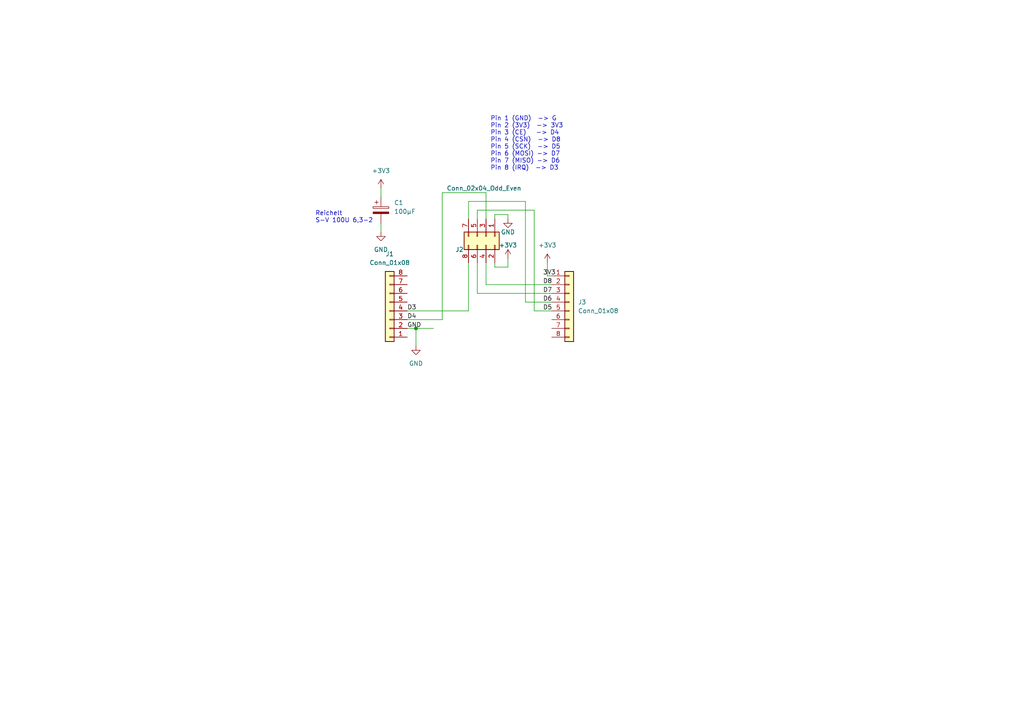
<source format=kicad_sch>
(kicad_sch (version 20211123) (generator eeschema)

  (uuid e63e39d7-6ac0-4ffd-8aa3-1841a4541b55)

  (paper "A4")

  (lib_symbols
    (symbol "Connector_Generic:Conn_01x08" (pin_names (offset 1.016) hide) (in_bom yes) (on_board yes)
      (property "Reference" "J" (id 0) (at 0 10.16 0)
        (effects (font (size 1.27 1.27)))
      )
      (property "Value" "Conn_01x08" (id 1) (at 0 -12.7 0)
        (effects (font (size 1.27 1.27)))
      )
      (property "Footprint" "" (id 2) (at 0 0 0)
        (effects (font (size 1.27 1.27)) hide)
      )
      (property "Datasheet" "~" (id 3) (at 0 0 0)
        (effects (font (size 1.27 1.27)) hide)
      )
      (property "ki_keywords" "connector" (id 4) (at 0 0 0)
        (effects (font (size 1.27 1.27)) hide)
      )
      (property "ki_description" "Generic connector, single row, 01x08, script generated (kicad-library-utils/schlib/autogen/connector/)" (id 5) (at 0 0 0)
        (effects (font (size 1.27 1.27)) hide)
      )
      (property "ki_fp_filters" "Connector*:*_1x??_*" (id 6) (at 0 0 0)
        (effects (font (size 1.27 1.27)) hide)
      )
      (symbol "Conn_01x08_1_1"
        (rectangle (start -1.27 -10.033) (end 0 -10.287)
          (stroke (width 0.1524) (type default) (color 0 0 0 0))
          (fill (type none))
        )
        (rectangle (start -1.27 -7.493) (end 0 -7.747)
          (stroke (width 0.1524) (type default) (color 0 0 0 0))
          (fill (type none))
        )
        (rectangle (start -1.27 -4.953) (end 0 -5.207)
          (stroke (width 0.1524) (type default) (color 0 0 0 0))
          (fill (type none))
        )
        (rectangle (start -1.27 -2.413) (end 0 -2.667)
          (stroke (width 0.1524) (type default) (color 0 0 0 0))
          (fill (type none))
        )
        (rectangle (start -1.27 0.127) (end 0 -0.127)
          (stroke (width 0.1524) (type default) (color 0 0 0 0))
          (fill (type none))
        )
        (rectangle (start -1.27 2.667) (end 0 2.413)
          (stroke (width 0.1524) (type default) (color 0 0 0 0))
          (fill (type none))
        )
        (rectangle (start -1.27 5.207) (end 0 4.953)
          (stroke (width 0.1524) (type default) (color 0 0 0 0))
          (fill (type none))
        )
        (rectangle (start -1.27 7.747) (end 0 7.493)
          (stroke (width 0.1524) (type default) (color 0 0 0 0))
          (fill (type none))
        )
        (rectangle (start -1.27 8.89) (end 1.27 -11.43)
          (stroke (width 0.254) (type default) (color 0 0 0 0))
          (fill (type background))
        )
        (pin passive line (at -5.08 7.62 0) (length 3.81)
          (name "Pin_1" (effects (font (size 1.27 1.27))))
          (number "1" (effects (font (size 1.27 1.27))))
        )
        (pin passive line (at -5.08 5.08 0) (length 3.81)
          (name "Pin_2" (effects (font (size 1.27 1.27))))
          (number "2" (effects (font (size 1.27 1.27))))
        )
        (pin passive line (at -5.08 2.54 0) (length 3.81)
          (name "Pin_3" (effects (font (size 1.27 1.27))))
          (number "3" (effects (font (size 1.27 1.27))))
        )
        (pin passive line (at -5.08 0 0) (length 3.81)
          (name "Pin_4" (effects (font (size 1.27 1.27))))
          (number "4" (effects (font (size 1.27 1.27))))
        )
        (pin passive line (at -5.08 -2.54 0) (length 3.81)
          (name "Pin_5" (effects (font (size 1.27 1.27))))
          (number "5" (effects (font (size 1.27 1.27))))
        )
        (pin passive line (at -5.08 -5.08 0) (length 3.81)
          (name "Pin_6" (effects (font (size 1.27 1.27))))
          (number "6" (effects (font (size 1.27 1.27))))
        )
        (pin passive line (at -5.08 -7.62 0) (length 3.81)
          (name "Pin_7" (effects (font (size 1.27 1.27))))
          (number "7" (effects (font (size 1.27 1.27))))
        )
        (pin passive line (at -5.08 -10.16 0) (length 3.81)
          (name "Pin_8" (effects (font (size 1.27 1.27))))
          (number "8" (effects (font (size 1.27 1.27))))
        )
      )
    )
    (symbol "Connector_Generic:Conn_02x04_Odd_Even" (pin_names (offset 1.016) hide) (in_bom yes) (on_board yes)
      (property "Reference" "J" (id 0) (at 1.27 5.08 0)
        (effects (font (size 1.27 1.27)))
      )
      (property "Value" "Conn_02x04_Odd_Even" (id 1) (at 1.27 -7.62 0)
        (effects (font (size 1.27 1.27)))
      )
      (property "Footprint" "" (id 2) (at 0 0 0)
        (effects (font (size 1.27 1.27)) hide)
      )
      (property "Datasheet" "~" (id 3) (at 0 0 0)
        (effects (font (size 1.27 1.27)) hide)
      )
      (property "ki_keywords" "connector" (id 4) (at 0 0 0)
        (effects (font (size 1.27 1.27)) hide)
      )
      (property "ki_description" "Generic connector, double row, 02x04, odd/even pin numbering scheme (row 1 odd numbers, row 2 even numbers), script generated (kicad-library-utils/schlib/autogen/connector/)" (id 5) (at 0 0 0)
        (effects (font (size 1.27 1.27)) hide)
      )
      (property "ki_fp_filters" "Connector*:*_2x??_*" (id 6) (at 0 0 0)
        (effects (font (size 1.27 1.27)) hide)
      )
      (symbol "Conn_02x04_Odd_Even_1_1"
        (rectangle (start -1.27 -4.953) (end 0 -5.207)
          (stroke (width 0.1524) (type default) (color 0 0 0 0))
          (fill (type none))
        )
        (rectangle (start -1.27 -2.413) (end 0 -2.667)
          (stroke (width 0.1524) (type default) (color 0 0 0 0))
          (fill (type none))
        )
        (rectangle (start -1.27 0.127) (end 0 -0.127)
          (stroke (width 0.1524) (type default) (color 0 0 0 0))
          (fill (type none))
        )
        (rectangle (start -1.27 2.667) (end 0 2.413)
          (stroke (width 0.1524) (type default) (color 0 0 0 0))
          (fill (type none))
        )
        (rectangle (start -1.27 3.81) (end 3.81 -6.35)
          (stroke (width 0.254) (type default) (color 0 0 0 0))
          (fill (type background))
        )
        (rectangle (start 3.81 -4.953) (end 2.54 -5.207)
          (stroke (width 0.1524) (type default) (color 0 0 0 0))
          (fill (type none))
        )
        (rectangle (start 3.81 -2.413) (end 2.54 -2.667)
          (stroke (width 0.1524) (type default) (color 0 0 0 0))
          (fill (type none))
        )
        (rectangle (start 3.81 0.127) (end 2.54 -0.127)
          (stroke (width 0.1524) (type default) (color 0 0 0 0))
          (fill (type none))
        )
        (rectangle (start 3.81 2.667) (end 2.54 2.413)
          (stroke (width 0.1524) (type default) (color 0 0 0 0))
          (fill (type none))
        )
        (pin passive line (at -5.08 2.54 0) (length 3.81)
          (name "Pin_1" (effects (font (size 1.27 1.27))))
          (number "1" (effects (font (size 1.27 1.27))))
        )
        (pin passive line (at 7.62 2.54 180) (length 3.81)
          (name "Pin_2" (effects (font (size 1.27 1.27))))
          (number "2" (effects (font (size 1.27 1.27))))
        )
        (pin passive line (at -5.08 0 0) (length 3.81)
          (name "Pin_3" (effects (font (size 1.27 1.27))))
          (number "3" (effects (font (size 1.27 1.27))))
        )
        (pin passive line (at 7.62 0 180) (length 3.81)
          (name "Pin_4" (effects (font (size 1.27 1.27))))
          (number "4" (effects (font (size 1.27 1.27))))
        )
        (pin passive line (at -5.08 -2.54 0) (length 3.81)
          (name "Pin_5" (effects (font (size 1.27 1.27))))
          (number "5" (effects (font (size 1.27 1.27))))
        )
        (pin passive line (at 7.62 -2.54 180) (length 3.81)
          (name "Pin_6" (effects (font (size 1.27 1.27))))
          (number "6" (effects (font (size 1.27 1.27))))
        )
        (pin passive line (at -5.08 -5.08 0) (length 3.81)
          (name "Pin_7" (effects (font (size 1.27 1.27))))
          (number "7" (effects (font (size 1.27 1.27))))
        )
        (pin passive line (at 7.62 -5.08 180) (length 3.81)
          (name "Pin_8" (effects (font (size 1.27 1.27))))
          (number "8" (effects (font (size 1.27 1.27))))
        )
      )
    )
    (symbol "Device:C_Polarized" (pin_numbers hide) (pin_names (offset 0.254)) (in_bom yes) (on_board yes)
      (property "Reference" "C" (id 0) (at 0.635 2.54 0)
        (effects (font (size 1.27 1.27)) (justify left))
      )
      (property "Value" "C_Polarized" (id 1) (at 0.635 -2.54 0)
        (effects (font (size 1.27 1.27)) (justify left))
      )
      (property "Footprint" "" (id 2) (at 0.9652 -3.81 0)
        (effects (font (size 1.27 1.27)) hide)
      )
      (property "Datasheet" "~" (id 3) (at 0 0 0)
        (effects (font (size 1.27 1.27)) hide)
      )
      (property "ki_keywords" "cap capacitor" (id 4) (at 0 0 0)
        (effects (font (size 1.27 1.27)) hide)
      )
      (property "ki_description" "Polarized capacitor" (id 5) (at 0 0 0)
        (effects (font (size 1.27 1.27)) hide)
      )
      (property "ki_fp_filters" "CP_*" (id 6) (at 0 0 0)
        (effects (font (size 1.27 1.27)) hide)
      )
      (symbol "C_Polarized_0_1"
        (rectangle (start -2.286 0.508) (end 2.286 1.016)
          (stroke (width 0) (type default) (color 0 0 0 0))
          (fill (type none))
        )
        (polyline
          (pts
            (xy -1.778 2.286)
            (xy -0.762 2.286)
          )
          (stroke (width 0) (type default) (color 0 0 0 0))
          (fill (type none))
        )
        (polyline
          (pts
            (xy -1.27 2.794)
            (xy -1.27 1.778)
          )
          (stroke (width 0) (type default) (color 0 0 0 0))
          (fill (type none))
        )
        (rectangle (start 2.286 -0.508) (end -2.286 -1.016)
          (stroke (width 0) (type default) (color 0 0 0 0))
          (fill (type outline))
        )
      )
      (symbol "C_Polarized_1_1"
        (pin passive line (at 0 3.81 270) (length 2.794)
          (name "~" (effects (font (size 1.27 1.27))))
          (number "1" (effects (font (size 1.27 1.27))))
        )
        (pin passive line (at 0 -3.81 90) (length 2.794)
          (name "~" (effects (font (size 1.27 1.27))))
          (number "2" (effects (font (size 1.27 1.27))))
        )
      )
    )
    (symbol "power:+3.3V" (power) (pin_names (offset 0)) (in_bom yes) (on_board yes)
      (property "Reference" "#PWR" (id 0) (at 0 -3.81 0)
        (effects (font (size 1.27 1.27)) hide)
      )
      (property "Value" "+3.3V" (id 1) (at 0 3.556 0)
        (effects (font (size 1.27 1.27)))
      )
      (property "Footprint" "" (id 2) (at 0 0 0)
        (effects (font (size 1.27 1.27)) hide)
      )
      (property "Datasheet" "" (id 3) (at 0 0 0)
        (effects (font (size 1.27 1.27)) hide)
      )
      (property "ki_keywords" "power-flag" (id 4) (at 0 0 0)
        (effects (font (size 1.27 1.27)) hide)
      )
      (property "ki_description" "Power symbol creates a global label with name \"+3.3V\"" (id 5) (at 0 0 0)
        (effects (font (size 1.27 1.27)) hide)
      )
      (symbol "+3.3V_0_1"
        (polyline
          (pts
            (xy -0.762 1.27)
            (xy 0 2.54)
          )
          (stroke (width 0) (type default) (color 0 0 0 0))
          (fill (type none))
        )
        (polyline
          (pts
            (xy 0 0)
            (xy 0 2.54)
          )
          (stroke (width 0) (type default) (color 0 0 0 0))
          (fill (type none))
        )
        (polyline
          (pts
            (xy 0 2.54)
            (xy 0.762 1.27)
          )
          (stroke (width 0) (type default) (color 0 0 0 0))
          (fill (type none))
        )
      )
      (symbol "+3.3V_1_1"
        (pin power_in line (at 0 0 90) (length 0) hide
          (name "+3V3" (effects (font (size 1.27 1.27))))
          (number "1" (effects (font (size 1.27 1.27))))
        )
      )
    )
    (symbol "power:GND" (power) (pin_names (offset 0)) (in_bom yes) (on_board yes)
      (property "Reference" "#PWR" (id 0) (at 0 -6.35 0)
        (effects (font (size 1.27 1.27)) hide)
      )
      (property "Value" "GND" (id 1) (at 0 -3.81 0)
        (effects (font (size 1.27 1.27)))
      )
      (property "Footprint" "" (id 2) (at 0 0 0)
        (effects (font (size 1.27 1.27)) hide)
      )
      (property "Datasheet" "" (id 3) (at 0 0 0)
        (effects (font (size 1.27 1.27)) hide)
      )
      (property "ki_keywords" "power-flag" (id 4) (at 0 0 0)
        (effects (font (size 1.27 1.27)) hide)
      )
      (property "ki_description" "Power symbol creates a global label with name \"GND\" , ground" (id 5) (at 0 0 0)
        (effects (font (size 1.27 1.27)) hide)
      )
      (symbol "GND_0_1"
        (polyline
          (pts
            (xy 0 0)
            (xy 0 -1.27)
            (xy 1.27 -1.27)
            (xy 0 -2.54)
            (xy -1.27 -1.27)
            (xy 0 -1.27)
          )
          (stroke (width 0) (type default) (color 0 0 0 0))
          (fill (type none))
        )
      )
      (symbol "GND_1_1"
        (pin power_in line (at 0 0 270) (length 0) hide
          (name "GND" (effects (font (size 1.27 1.27))))
          (number "1" (effects (font (size 1.27 1.27))))
        )
      )
    )
  )

  (junction (at 120.65 95.25) (diameter 0) (color 0 0 0 0)
    (uuid f68cfc12-6297-418d-ac1e-96eacfeddfe9)
  )

  (wire (pts (xy 143.51 63.5) (xy 143.51 62.23))
    (stroke (width 0) (type default) (color 0 0 0 0))
    (uuid 0da8cae5-d295-4003-950d-b45111dca003)
  )
  (wire (pts (xy 154.94 60.96) (xy 154.94 90.17))
    (stroke (width 0) (type default) (color 0 0 0 0))
    (uuid 16d28c50-a5b0-4143-9b46-ab1b63a14371)
  )
  (wire (pts (xy 138.43 76.2) (xy 138.43 85.09))
    (stroke (width 0) (type default) (color 0 0 0 0))
    (uuid 1e434fbb-740f-42ce-bd41-e24a5d481a05)
  )
  (wire (pts (xy 158.75 76.2) (xy 158.75 80.01))
    (stroke (width 0) (type default) (color 0 0 0 0))
    (uuid 1f4b2e7e-cbf2-41a1-bfb0-882d0d64cdcd)
  )
  (wire (pts (xy 143.51 76.2) (xy 143.51 77.47))
    (stroke (width 0) (type default) (color 0 0 0 0))
    (uuid 1f9bda85-ce41-42ca-a3dc-c11e2c4d8812)
  )
  (wire (pts (xy 138.43 63.5) (xy 138.43 60.96))
    (stroke (width 0) (type default) (color 0 0 0 0))
    (uuid 2e22247e-f752-4aff-ba3f-1eee93c9d580)
  )
  (wire (pts (xy 118.11 95.25) (xy 120.65 95.25))
    (stroke (width 0) (type default) (color 0 0 0 0))
    (uuid 3315c113-f3c8-4076-a12f-798cbf829c5a)
  )
  (wire (pts (xy 135.89 58.42) (xy 152.4 58.42))
    (stroke (width 0) (type default) (color 0 0 0 0))
    (uuid 37203935-c993-4aee-9fb6-84ca40255161)
  )
  (wire (pts (xy 135.89 90.17) (xy 118.11 90.17))
    (stroke (width 0) (type default) (color 0 0 0 0))
    (uuid 3bd51592-2939-41eb-bf89-89fec6e0ecde)
  )
  (wire (pts (xy 120.65 95.25) (xy 120.65 100.33))
    (stroke (width 0) (type default) (color 0 0 0 0))
    (uuid 3e80ba55-105a-4f9e-afd1-7d51531eb076)
  )
  (wire (pts (xy 140.97 76.2) (xy 140.97 82.55))
    (stroke (width 0) (type default) (color 0 0 0 0))
    (uuid 3f708bc4-44fd-4fc1-b677-1aa1691a3069)
  )
  (wire (pts (xy 147.32 77.47) (xy 147.32 74.93))
    (stroke (width 0) (type default) (color 0 0 0 0))
    (uuid 486cb532-8791-4dd5-9dee-567216043788)
  )
  (wire (pts (xy 110.49 54.61) (xy 110.49 57.15))
    (stroke (width 0) (type default) (color 0 0 0 0))
    (uuid 4ef07d45-f940-4cb6-bb96-2ddec13fd099)
  )
  (wire (pts (xy 147.32 62.23) (xy 147.32 63.5))
    (stroke (width 0) (type default) (color 0 0 0 0))
    (uuid 501dbc45-0e5a-4fff-98de-d9bf3abee97a)
  )
  (wire (pts (xy 138.43 60.96) (xy 154.94 60.96))
    (stroke (width 0) (type default) (color 0 0 0 0))
    (uuid 5e17efe7-a5df-484e-8dc3-ef2f10e26faa)
  )
  (wire (pts (xy 138.43 85.09) (xy 160.02 85.09))
    (stroke (width 0) (type default) (color 0 0 0 0))
    (uuid 66a471df-9e27-4c02-97f6-035bd21a62a3)
  )
  (wire (pts (xy 154.94 90.17) (xy 160.02 90.17))
    (stroke (width 0) (type default) (color 0 0 0 0))
    (uuid 67b034c3-7081-4486-bc4a-f5fbd8075f74)
  )
  (wire (pts (xy 128.27 92.71) (xy 118.11 92.71))
    (stroke (width 0) (type default) (color 0 0 0 0))
    (uuid 7d37867b-8217-44fd-9580-80af2d66634b)
  )
  (wire (pts (xy 128.27 55.88) (xy 128.27 92.71))
    (stroke (width 0) (type default) (color 0 0 0 0))
    (uuid 98f4e103-71b9-46c4-a6af-65269153c743)
  )
  (wire (pts (xy 135.89 76.2) (xy 135.89 90.17))
    (stroke (width 0) (type default) (color 0 0 0 0))
    (uuid ae9e1acf-51c5-45e8-a514-6168ebaa1647)
  )
  (wire (pts (xy 140.97 55.88) (xy 128.27 55.88))
    (stroke (width 0) (type default) (color 0 0 0 0))
    (uuid b85c316d-d907-4f0d-89e0-ca4706516d95)
  )
  (wire (pts (xy 140.97 63.5) (xy 140.97 55.88))
    (stroke (width 0) (type default) (color 0 0 0 0))
    (uuid b880f175-2b27-41d6-b666-6386dd3e9c82)
  )
  (wire (pts (xy 143.51 77.47) (xy 147.32 77.47))
    (stroke (width 0) (type default) (color 0 0 0 0))
    (uuid bfd88a32-0c26-4f6b-95f4-d4f2477fd60c)
  )
  (wire (pts (xy 143.51 62.23) (xy 147.32 62.23))
    (stroke (width 0) (type default) (color 0 0 0 0))
    (uuid c5fe1499-a402-4be7-bbee-52465b4fa8a8)
  )
  (wire (pts (xy 152.4 87.63) (xy 160.02 87.63))
    (stroke (width 0) (type default) (color 0 0 0 0))
    (uuid d37994e8-9087-47cb-8217-2c087c1503c1)
  )
  (wire (pts (xy 120.65 95.25) (xy 125.73 95.25))
    (stroke (width 0) (type default) (color 0 0 0 0))
    (uuid d7ffd809-5a97-4430-8ab8-f3c478b4a7eb)
  )
  (wire (pts (xy 140.97 82.55) (xy 160.02 82.55))
    (stroke (width 0) (type default) (color 0 0 0 0))
    (uuid d86a617d-114d-4fd7-a3c8-43b5be3b3585)
  )
  (wire (pts (xy 135.89 63.5) (xy 135.89 58.42))
    (stroke (width 0) (type default) (color 0 0 0 0))
    (uuid de357d9e-3b01-4d2a-83fc-e503d0e7146e)
  )
  (wire (pts (xy 152.4 58.42) (xy 152.4 87.63))
    (stroke (width 0) (type default) (color 0 0 0 0))
    (uuid e142bf23-b6e9-4cfc-b85b-02f37ffb3548)
  )
  (wire (pts (xy 158.75 80.01) (xy 160.02 80.01))
    (stroke (width 0) (type default) (color 0 0 0 0))
    (uuid e88a85e7-920b-4bda-8a4c-4de69de7ae9c)
  )
  (wire (pts (xy 110.49 64.77) (xy 110.49 67.31))
    (stroke (width 0) (type default) (color 0 0 0 0))
    (uuid f321809c-ab7a-4356-9b11-4c0d46c421ba)
  )

  (text "Reichelt\nS-V 100U 6,3-2" (at 91.44 64.77 0)
    (effects (font (size 1.27 1.27)) (justify left bottom))
    (uuid 7fafe283-eec1-4a3d-969a-0a93ecd134f6)
  )
  (text "Pin 1 (GND)  -> G\nPin 2 (3V3)  -> 3V3\nPin 3 (CE)   -> D4\nPin 4 (CSN)  -> D8\nPin 5 (SCK)  -> D5\nPin 6 (MOSI) -> D7\nPin 7 (MISO) -> D6\nPin 8 (IRQ)  -> D3\n"
    (at 142.24 49.53 0)
    (effects (font (size 1.27 1.27)) (justify left bottom))
    (uuid ce98298f-d780-4837-8261-73e9e9a38250)
  )

  (label "D6" (at 157.48 87.63 0)
    (effects (font (size 1.27 1.27)) (justify left bottom))
    (uuid 082c11f9-3411-4674-8936-ae35dc584f21)
  )
  (label "D5" (at 157.48 90.17 0)
    (effects (font (size 1.27 1.27)) (justify left bottom))
    (uuid 1d25e9d5-6c09-46a4-9a36-622b7f3d14b0)
  )
  (label "D4" (at 118.11 92.71 0)
    (effects (font (size 1.27 1.27)) (justify left bottom))
    (uuid 2d4a9e69-a1e1-47f2-8093-1a2cef872991)
  )
  (label "3V3" (at 157.48 80.01 0)
    (effects (font (size 1.27 1.27)) (justify left bottom))
    (uuid 51fe1480-9615-4473-8228-167720ee011d)
  )
  (label "D7" (at 157.48 85.09 0)
    (effects (font (size 1.27 1.27)) (justify left bottom))
    (uuid 622e9930-8640-467e-af22-a2de231e852e)
  )
  (label "D8" (at 157.48 82.55 0)
    (effects (font (size 1.27 1.27)) (justify left bottom))
    (uuid 78c41949-10c8-4e91-a8a8-81b551fd7970)
  )
  (label "D3" (at 118.11 90.17 0)
    (effects (font (size 1.27 1.27)) (justify left bottom))
    (uuid d26fc97e-9f03-486f-b3c0-c4a7a29a0a46)
  )
  (label "GND" (at 118.11 95.25 0)
    (effects (font (size 1.27 1.27)) (justify left bottom))
    (uuid f34bd975-248c-4880-826a-51cd0091b014)
  )

  (symbol (lib_id "Connector_Generic:Conn_02x04_Odd_Even") (at 140.97 68.58 270) (unit 1)
    (in_bom yes) (on_board yes)
    (uuid 0b3482bd-ab7f-4f25-8403-d26c909a9bc9)
    (property "Reference" "J2" (id 0) (at 132.08 72.39 90)
      (effects (font (size 1.27 1.27)) (justify left))
    )
    (property "Value" "Conn_02x04_Odd_Even" (id 1) (at 129.54 54.61 90)
      (effects (font (size 1.27 1.27)) (justify left))
    )
    (property "Footprint" "Hoymiles_AhoyDTU:Connector_2x04_P2.54mm" (id 2) (at 140.97 68.58 0)
      (effects (font (size 1.27 1.27)) hide)
    )
    (property "Datasheet" "~" (id 3) (at 140.97 68.58 0)
      (effects (font (size 1.27 1.27)) hide)
    )
    (pin "1" (uuid b20b5d8d-d0c2-4db6-bb4a-9cd4ab90513e))
    (pin "2" (uuid ad881e16-e5a6-4d4d-9e18-bb7ce396ac63))
    (pin "3" (uuid f14f0b48-4f63-4570-b064-eb908d81cceb))
    (pin "4" (uuid f6d9b0f6-6057-46b3-9b51-417602dd7184))
    (pin "5" (uuid 174239b1-84de-47e0-aa8f-f0e962e2963c))
    (pin "6" (uuid c93714b9-b3d7-4659-b905-bafcb50a505d))
    (pin "7" (uuid 5698f64e-8bc4-4bc0-9a1b-3f5387ae4958))
    (pin "8" (uuid 0345e0c1-100d-4809-abd0-ba77ee3d2fae))
  )

  (symbol (lib_id "Connector_Generic:Conn_01x08") (at 113.03 90.17 180) (unit 1)
    (in_bom yes) (on_board yes) (fields_autoplaced)
    (uuid 0f48ce51-54c7-452d-ac75-94d6544a8366)
    (property "Reference" "J1" (id 0) (at 113.03 73.66 0))
    (property "Value" "Conn_01x08" (id 1) (at 113.03 76.2 0))
    (property "Footprint" "Hoymiles_AhoyDTU:Connector_1x08_P2.54mm" (id 2) (at 113.03 90.17 0)
      (effects (font (size 1.27 1.27)) hide)
    )
    (property "Datasheet" "~" (id 3) (at 113.03 90.17 0)
      (effects (font (size 1.27 1.27)) hide)
    )
    (pin "1" (uuid 9c6faf73-17a6-4de9-87e9-d629e939d419))
    (pin "2" (uuid aaf5283a-c22d-4b03-a805-070b14b8cb76))
    (pin "3" (uuid b49f564c-98fb-412a-addf-30790a07cc53))
    (pin "4" (uuid 1b2afd57-d1a0-4fee-a173-2bd4ec4407d2))
    (pin "5" (uuid 02a08a24-751b-4ad4-b6b1-621603af88cc))
    (pin "6" (uuid 9cf208e8-00e0-47b5-9285-5ce79e785d0c))
    (pin "7" (uuid 63420c3c-6801-4759-a776-ff81ba2f37e9))
    (pin "8" (uuid 3becf58c-a2dc-4ce5-84ad-69a317032a70))
  )

  (symbol (lib_id "power:GND") (at 120.65 100.33 0) (unit 1)
    (in_bom yes) (on_board yes) (fields_autoplaced)
    (uuid 1ac5f788-5502-4627-8377-e207cccb0463)
    (property "Reference" "#PWR03" (id 0) (at 120.65 106.68 0)
      (effects (font (size 1.27 1.27)) hide)
    )
    (property "Value" "GND" (id 1) (at 120.65 105.41 0))
    (property "Footprint" "" (id 2) (at 120.65 100.33 0)
      (effects (font (size 1.27 1.27)) hide)
    )
    (property "Datasheet" "" (id 3) (at 120.65 100.33 0)
      (effects (font (size 1.27 1.27)) hide)
    )
    (pin "1" (uuid 39d9505d-dca6-41a5-9819-1ac1e6a25549))
  )

  (symbol (lib_id "power:GND") (at 110.49 67.31 0) (unit 1)
    (in_bom yes) (on_board yes) (fields_autoplaced)
    (uuid 53f3578f-c3c8-42bc-aa1a-464079c65daf)
    (property "Reference" "#PWR02" (id 0) (at 110.49 73.66 0)
      (effects (font (size 1.27 1.27)) hide)
    )
    (property "Value" "GND" (id 1) (at 110.49 72.39 0))
    (property "Footprint" "" (id 2) (at 110.49 67.31 0)
      (effects (font (size 1.27 1.27)) hide)
    )
    (property "Datasheet" "" (id 3) (at 110.49 67.31 0)
      (effects (font (size 1.27 1.27)) hide)
    )
    (pin "1" (uuid 15dbd712-4218-4785-a5cf-79eef0649f04))
  )

  (symbol (lib_id "power:GND") (at 147.32 63.5 0) (unit 1)
    (in_bom yes) (on_board yes)
    (uuid 88201938-0419-48c0-9a4c-0cf1521b48a7)
    (property "Reference" "#PWR0101" (id 0) (at 147.32 69.85 0)
      (effects (font (size 1.27 1.27)) hide)
    )
    (property "Value" "GND" (id 1) (at 147.32 67.31 0))
    (property "Footprint" "" (id 2) (at 147.32 63.5 0)
      (effects (font (size 1.27 1.27)) hide)
    )
    (property "Datasheet" "" (id 3) (at 147.32 63.5 0)
      (effects (font (size 1.27 1.27)) hide)
    )
    (pin "1" (uuid 6cd5c234-79e5-41ab-9b2a-62b7cda61808))
  )

  (symbol (lib_id "power:+3.3V") (at 158.75 76.2 0) (unit 1)
    (in_bom yes) (on_board yes) (fields_autoplaced)
    (uuid 898bd1aa-95ac-409e-b92d-e73b428306e1)
    (property "Reference" "#PWR04" (id 0) (at 158.75 80.01 0)
      (effects (font (size 1.27 1.27)) hide)
    )
    (property "Value" "+3.3V" (id 1) (at 158.75 71.12 0))
    (property "Footprint" "" (id 2) (at 158.75 76.2 0)
      (effects (font (size 1.27 1.27)) hide)
    )
    (property "Datasheet" "" (id 3) (at 158.75 76.2 0)
      (effects (font (size 1.27 1.27)) hide)
    )
    (pin "1" (uuid 249c60e5-851a-41de-9244-0b1b37349348))
  )

  (symbol (lib_id "Device:C_Polarized") (at 110.49 60.96 0) (unit 1)
    (in_bom yes) (on_board yes) (fields_autoplaced)
    (uuid c8899a3e-f877-476b-89e7-e59d745f5d73)
    (property "Reference" "C1" (id 0) (at 114.3 58.8009 0)
      (effects (font (size 1.27 1.27)) (justify left))
    )
    (property "Value" "100µF" (id 1) (at 114.3 61.3409 0)
      (effects (font (size 1.27 1.27)) (justify left))
    )
    (property "Footprint" "Capacitor_THT:C_Radial_D6.3mm_H7.0mm_P2.50mm" (id 2) (at 111.4552 64.77 0)
      (effects (font (size 1.27 1.27)) hide)
    )
    (property "Datasheet" "~" (id 3) (at 110.49 60.96 0)
      (effects (font (size 1.27 1.27)) hide)
    )
    (pin "1" (uuid 89a897a1-0668-4a79-a080-e1aac7a6fbe1))
    (pin "2" (uuid 60c247b0-7f2b-41c5-ab77-d5427bb51840))
  )

  (symbol (lib_id "Connector_Generic:Conn_01x08") (at 165.1 87.63 0) (unit 1)
    (in_bom yes) (on_board yes) (fields_autoplaced)
    (uuid d89c0302-0446-4752-af61-f743a32c5cb4)
    (property "Reference" "J3" (id 0) (at 167.64 87.6299 0)
      (effects (font (size 1.27 1.27)) (justify left))
    )
    (property "Value" "Conn_01x08" (id 1) (at 167.64 90.1699 0)
      (effects (font (size 1.27 1.27)) (justify left))
    )
    (property "Footprint" "Hoymiles_AhoyDTU:Connector_1x08_P2.54mm" (id 2) (at 165.1 87.63 0)
      (effects (font (size 1.27 1.27)) hide)
    )
    (property "Datasheet" "~" (id 3) (at 165.1 87.63 0)
      (effects (font (size 1.27 1.27)) hide)
    )
    (pin "1" (uuid 43f72311-9d74-4379-aff9-849c5d7414c8))
    (pin "2" (uuid c73f2658-4dbb-4270-ab67-0945856ad2be))
    (pin "3" (uuid 0714f491-06f6-4d59-94af-d621f2a0fbb5))
    (pin "4" (uuid 70958d22-1d71-4a37-b537-5eef707aa4aa))
    (pin "5" (uuid 3e35ec55-6e98-4581-9a29-9732a6489518))
    (pin "6" (uuid 17b65212-5089-4b10-8076-6ae933d78b8b))
    (pin "7" (uuid 2e20faf4-7401-46d5-ae6b-fc5bbb32f6ff))
    (pin "8" (uuid 58649918-4caf-4312-87ca-bee40c1faef6))
  )

  (symbol (lib_id "power:+3.3V") (at 110.49 54.61 0) (unit 1)
    (in_bom yes) (on_board yes) (fields_autoplaced)
    (uuid ec1c0913-2516-4af1-9973-d90f62879535)
    (property "Reference" "#PWR01" (id 0) (at 110.49 58.42 0)
      (effects (font (size 1.27 1.27)) hide)
    )
    (property "Value" "+3.3V" (id 1) (at 110.49 49.53 0))
    (property "Footprint" "" (id 2) (at 110.49 54.61 0)
      (effects (font (size 1.27 1.27)) hide)
    )
    (property "Datasheet" "" (id 3) (at 110.49 54.61 0)
      (effects (font (size 1.27 1.27)) hide)
    )
    (pin "1" (uuid f7191ee0-28e3-442b-8d1a-af19507598a7))
  )

  (symbol (lib_id "power:+3.3V") (at 147.32 74.93 0) (unit 1)
    (in_bom yes) (on_board yes)
    (uuid f9378f0a-4578-4c0a-8bf7-1f140887a804)
    (property "Reference" "#PWR0102" (id 0) (at 147.32 78.74 0)
      (effects (font (size 1.27 1.27)) hide)
    )
    (property "Value" "+3.3V" (id 1) (at 147.32 71.12 0))
    (property "Footprint" "" (id 2) (at 147.32 74.93 0)
      (effects (font (size 1.27 1.27)) hide)
    )
    (property "Datasheet" "" (id 3) (at 147.32 74.93 0)
      (effects (font (size 1.27 1.27)) hide)
    )
    (pin "1" (uuid d76e6aa2-b30e-47b8-ac9c-c82cce73250c))
  )

  (sheet_instances
    (path "/" (page "1"))
  )

  (symbol_instances
    (path "/ec1c0913-2516-4af1-9973-d90f62879535"
      (reference "#PWR01") (unit 1) (value "+3.3V") (footprint "")
    )
    (path "/53f3578f-c3c8-42bc-aa1a-464079c65daf"
      (reference "#PWR02") (unit 1) (value "GND") (footprint "")
    )
    (path "/1ac5f788-5502-4627-8377-e207cccb0463"
      (reference "#PWR03") (unit 1) (value "GND") (footprint "")
    )
    (path "/898bd1aa-95ac-409e-b92d-e73b428306e1"
      (reference "#PWR04") (unit 1) (value "+3.3V") (footprint "")
    )
    (path "/88201938-0419-48c0-9a4c-0cf1521b48a7"
      (reference "#PWR0101") (unit 1) (value "GND") (footprint "")
    )
    (path "/f9378f0a-4578-4c0a-8bf7-1f140887a804"
      (reference "#PWR0102") (unit 1) (value "+3.3V") (footprint "")
    )
    (path "/c8899a3e-f877-476b-89e7-e59d745f5d73"
      (reference "C1") (unit 1) (value "100µF") (footprint "Capacitor_THT:C_Radial_D6.3mm_H7.0mm_P2.50mm")
    )
    (path "/0f48ce51-54c7-452d-ac75-94d6544a8366"
      (reference "J1") (unit 1) (value "Conn_01x08") (footprint "Hoymiles_AhoyDTU:Connector_1x08_P2.54mm")
    )
    (path "/0b3482bd-ab7f-4f25-8403-d26c909a9bc9"
      (reference "J2") (unit 1) (value "Conn_02x04_Odd_Even") (footprint "Hoymiles_AhoyDTU:Connector_2x04_P2.54mm")
    )
    (path "/d89c0302-0446-4752-af61-f743a32c5cb4"
      (reference "J3") (unit 1) (value "Conn_01x08") (footprint "Hoymiles_AhoyDTU:Connector_1x08_P2.54mm")
    )
  )
)

</source>
